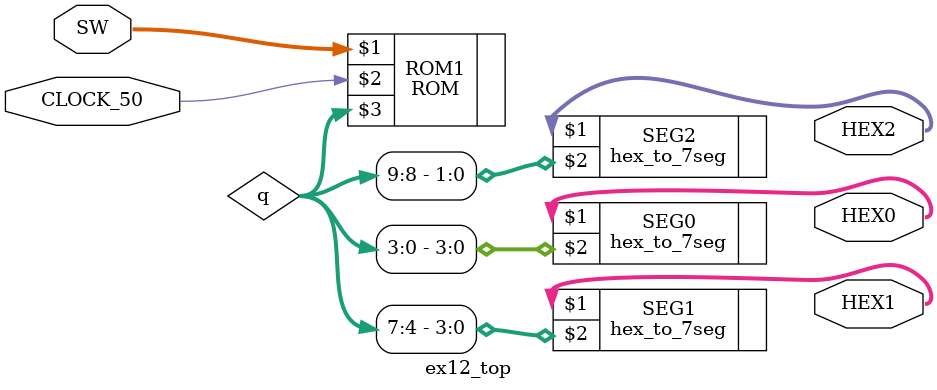
<source format=v>
module ex12_top(
	SW,
	CLOCK_50,
	HEX0,
	HEX1,
	HEX2
);

	input [9:0] SW;
	input CLOCK_50;
	output	[6:0]	HEX0, HEX1, HEX2;
	wire		[9:0] q;
	
	ROM 	ROM1(SW, CLOCK_50, q);
	hex_to_7seg SEG0(HEX0, q[3:0]);
	hex_to_7seg SEG1(HEX1, q[7:4]);
	hex_to_7seg SEG2(HEX2, q[9:8]);
	
endmodule 
</source>
